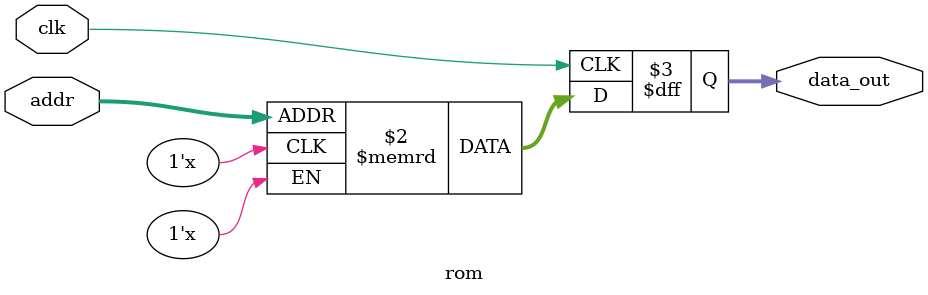
<source format=sv>


module memory #(
    parameter int AddrSize=16,
    parameter int DataSize=16
)(
    input logic clk,
    input logic drv_ram,
    input logic write_en,
    input logic [AddrSize-1:0]  addr,
    input logic [DataSize-1:0]  data_in,
    output logic [2*DataSize-1:0]  data_out
);

    logic   ram1_en = !addr[0];
    logic   ram2_en = addr[0];
    logic   vram_en = addr[DataSize-1];

    logic [DataSize-1:0]    ram1_data_o;
    logic [DataSize-1:0]    ram2_data_o;
    logic [DataSize-1:0]    vram_data_o;

    logic   _w_ram1_en = write_en && ram1_en;
    logic   _w_ram2_en = write_en && ram2_en;
    logic   _w_vram_en = write_en && vram_en;

    ram #(.AddrSize(14)) RAM1   (.clk(clk), .data_in(data_in), .data_out(ram1_data_o), .addr(addr[14:1]), .write_en(_w_ram1_en));
    ram #(.AddrSize(14)) RAM2   (.clk(clk), .data_in(data_in), .data_out(ram2_data_o), .addr(addr[14:1]), .write_en(_w_ram2_en));
    ram #(.AddrSize(15)) VRAM   (.clk(clk), .data_in(data_in), .data_out(vram_data_o), .addr(addr[14:0]), .write_en(_w_vram_en));

    logic [DataSize-1:0]    ram_d_out;

    assign ram_d_out = ram1_en ? ram1_data_o : (ram2_en ? ram2_data_o : vram_data_o);

    // ----------------------------------------
    //  ROM Logic
    // ----------------------------------------

    logic [DataSize-1:0]    rom1_data;
    logic [DataSize-1:0]    rom2_data;

    logic [AddrSize-3:0]    rom1_addr;
    logic [AddrSize-3:0]    rom2_addr;

    assign rom1_addr = addr[0] ?  addr[14:1] + 1 : addr[14:1];
    assign rom2_addr = addr[14:1];

    rom #(.AddrSize(14)) ROM1    (.clk(clk), .data_out(rom1_data), .addr(rom1_addr));
    rom #(.AddrSize(14)) ROM2    (.clk(clk), .data_out(rom2_data), .addr(rom2_addr));

    logic [2*DataSize-1:0]  rom_d_out;

    assign rom_d_out = addr[0] ? {rom2_data, rom1_data} : {rom1_data, rom2_data};


    assign data_out = drv_ram ? {{16{1'b0}}, ram_d_out} : rom_d_out;

endmodule

module ram #(
    parameter int AddrSize=15,
    parameter int DataSize=16,
    parameter int Depth=$rtoi($pow(2,AddrSize))
)(
    input logic                 clk,
    input logic                 write_en,
    input logic [AddrSize-1:0]  addr,
    input logic [DataSize-1:0]  data_in,
    output logic [DataSize-1:0]  data_out
);

    reg [DataSize-1:0] block [Depth];

    always_ff @(posedge clk) begin
        if (write_en) begin
            block[addr] <= data_in;
        end else begin
            data_out <= block[addr];
        end
    end

endmodule

module rom #(
    parameter int AddrSize=15,
    parameter int DataSize=16,
    parameter int Depth=$rtoi($pow(2,AddrSize))
)(
    input logic                 clk,
    input logic [AddrSize-1:0]  addr,
    output logic [DataSize-1:0]  data_out
);

    reg [DataSize-1:0] block [Depth];

    always_ff @(posedge clk) begin
        data_out <= block[addr];
    end

endmodule

</source>
